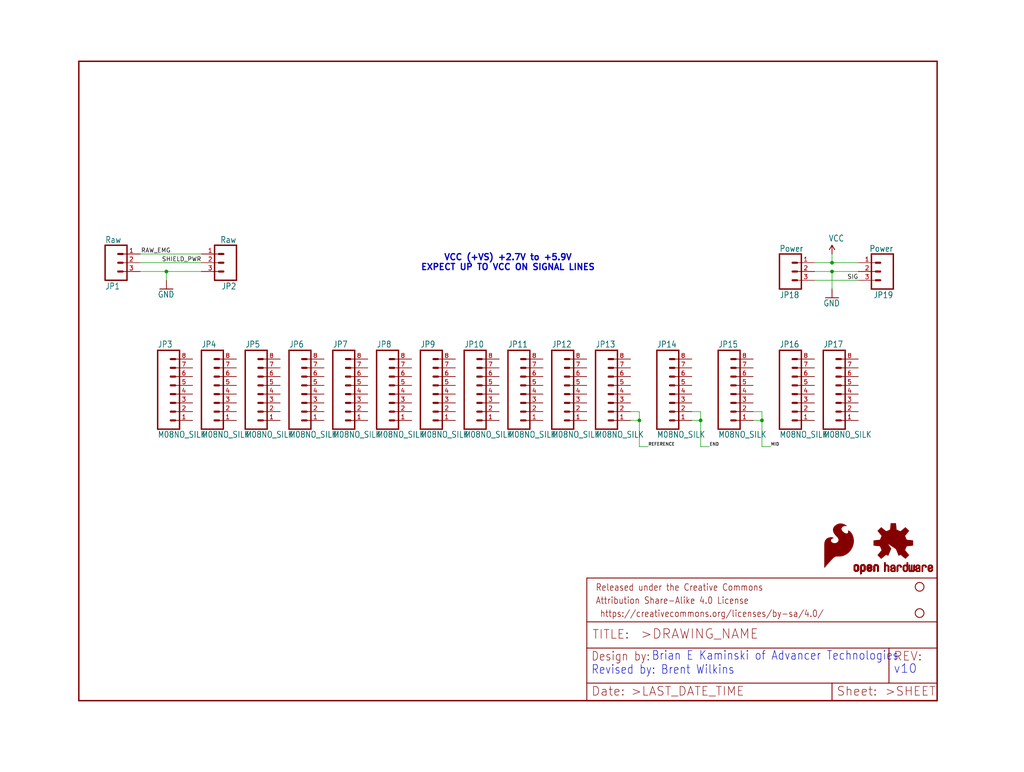
<source format=kicad_sch>
(kicad_sch (version 20211123) (generator eeschema)
  (paper "User" 297.002 223.926)
  (lib_symbols
    (symbol "schematicEagle-eagle-import:FRAME-LETTER"
      (symbol "FRAME-LETTER_2_0"
        (text " https://creativecommons.org/licenses/by-sa/4.0/" (at 2.54 24.13 0) (effects (font (size 1.9304 1.6408)) (justify left bottom)))
        (text ">DRAWING_NAME" (at 15.494 17.78 0) (effects (font (size 2.7432 2.7432)) (justify left bottom)))
        (text ">LAST_DATE_TIME" (at 12.7 1.27 0) (effects (font (size 2.54 2.54)) (justify left bottom)))
        (text ">SHEET" (at 86.36 1.27 0) (effects (font (size 2.54 2.54)) (justify left bottom)))
        (text "Attribution Share-Alike 4.0 License" (at 2.54 27.94 0) (effects (font (size 1.9304 1.6408)) (justify left bottom)))
        (text "Date:" (at 1.27 1.27 0) (effects (font (size 2.54 2.54)) (justify left bottom)))
        (text "Design by:" (at 1.27 11.43 0) (effects (font (size 2.54 2.159)) (justify left bottom)))
        (text "Released under the Creative Commons" (at 2.54 31.75 0) (effects (font (size 1.9304 1.6408)) (justify left bottom)))
        (text "REV:" (at 88.9 11.43 0) (effects (font (size 2.54 2.54)) (justify left bottom)))
        (text "Sheet:" (at 72.39 1.27 0) (effects (font (size 2.54 2.54)) (justify left bottom)))
        (text "TITLE:" (at 1.524 17.78 0) (effects (font (size 2.54 2.54)) (justify left bottom)))
      )
    )
    (symbol "schematicEagle-eagle-import:GND" (power)
      (property "Value" "GND" (at -2.54 -2.54 0))
      (symbol "GND_1_0"
        (pin power_in line (at 0 2.54 270) (length 2.54) (name "GND") (number "1"))
      )
    )
    (symbol "schematicEagle-eagle-import:M031X03_NO_SILK"
      (property "Reference" "JP" (at -2.54 5.842 0))
      (property "Value" "M031X03_NO_SILK" (at -2.54 -7.62 0))
      (symbol "M031X03_NO_SILK_1_0"
        (pin passive line (at 7.62 -2.54 180) (length 5.08) (name "1") (number "1"))
        (pin passive line (at 7.62 0 180) (length 5.08) (name "2") (number "2"))
        (pin passive line (at 7.62 2.54 180) (length 5.08) (name "3") (number "3"))
      )
    )
    (symbol "schematicEagle-eagle-import:M08NO_SILK"
      (property "Reference" "JP" (at -5.08 13.462 0))
      (property "Value" "M08NO_SILK" (at -5.08 -12.7 0))
      (symbol "M08NO_SILK_1_0"
        (pin passive line (at 5.08 -7.62 180) (length 5.08) (name "1") (number "1"))
        (pin passive line (at 5.08 -5.08 180) (length 5.08) (name "2") (number "2"))
        (pin passive line (at 5.08 -2.54 180) (length 5.08) (name "3") (number "3"))
        (pin passive line (at 5.08 0 180) (length 5.08) (name "4") (number "4"))
        (pin passive line (at 5.08 2.54 180) (length 5.08) (name "5") (number "5"))
        (pin passive line (at 5.08 5.08 180) (length 5.08) (name "6") (number "6"))
        (pin passive line (at 5.08 7.62 180) (length 5.08) (name "7") (number "7"))
        (pin passive line (at 5.08 10.16 180) (length 5.08) (name "8") (number "8"))
      )
    )
    (symbol "schematicEagle-eagle-import:OSHW-LOGOS")
    (symbol "schematicEagle-eagle-import:SFE_LOGO_FLAME.1_INCH")
    (symbol "schematicEagle-eagle-import:STAND-OFF")
    (symbol "schematicEagle-eagle-import:VCC" (power)
      (property "Value" "VCC" (at -1.016 3.556 0))
      (symbol "VCC_1_0"
        (pin power_in line (at 0 0 90) (length 2.54) (name "VCC") (number "1"))
      )
    )
  )
  (junction (at 48.26 78.74))
  (junction (at 203.2 121.92))
  (junction (at 220.98 121.92))
  (junction (at 241.3 76.2))
  (junction (at 241.3 78.74))
  (junction (at 185.42 121.92))
  (wire (pts (xy 203.2 119.38) (xy 200.66 119.38)))
  (wire (pts (xy 203.2 129.54) (xy 205.74 129.54)))
  (wire (pts (xy 200.66 121.92) (xy 203.2 121.92)))
  (wire (pts (xy 185.42 129.54) (xy 187.96 129.54)))
  (wire (pts (xy 48.26 78.74) (xy 40.64 78.74)))
  (wire (pts (xy 248.92 76.2) (xy 241.3 76.2)))
  (wire (pts (xy 241.3 78.74) (xy 241.3 83.82)))
  (wire (pts (xy 203.2 121.92) (xy 203.2 119.38)))
  (wire (pts (xy 241.3 76.2) (xy 236.22 76.2)))
  (wire (pts (xy 58.42 73.66) (xy 40.64 73.66)))
  (wire (pts (xy 248.92 78.74) (xy 241.3 78.74)))
  (wire (pts (xy 220.98 121.92) (xy 218.44 121.92)))
  (wire (pts (xy 185.42 121.92) (xy 182.88 121.92)))
  (wire (pts (xy 185.42 121.92) (xy 185.42 129.54)))
  (wire (pts (xy 203.2 121.92) (xy 203.2 129.54)))
  (wire (pts (xy 182.88 119.38) (xy 185.42 119.38)))
  (wire (pts (xy 185.42 119.38) (xy 185.42 121.92)))
  (wire (pts (xy 58.42 78.74) (xy 48.26 78.74)))
  (wire (pts (xy 220.98 129.54) (xy 223.52 129.54)))
  (wire (pts (xy 220.98 119.38) (xy 220.98 121.92)))
  (wire (pts (xy 241.3 73.66) (xy 241.3 76.2)))
  (wire (pts (xy 241.3 78.74) (xy 236.22 78.74)))
  (wire (pts (xy 248.92 81.28) (xy 236.22 81.28)))
  (wire (pts (xy 48.26 78.74) (xy 48.26 81.28)))
  (wire (pts (xy 58.42 76.2) (xy 40.64 76.2)))
  (wire (pts (xy 218.44 119.38) (xy 220.98 119.38)))
  (wire (pts (xy 220.98 121.92) (xy 220.98 129.54)))
  (text "v10" (at 259.08 195.58 180) (effects (font (size 2.54 2.54)) (justify left bottom)))
  (text "VCC (+VS) +2.7V to +5.9V\nEXPECT UP TO VCC ON SIGNAL LINES" (at 147.32 76.2 0) (effects (font (size 1.778 1.778) (thickness 0.3556) bold)))
  (text "Revised by: Brent Wilkins" (at 171.45 195.834 180) (effects (font (size 2.54 2.159)) (justify left bottom)))
  (text "Brian E Kaminski of Advancer Technologies" (at 188.976 191.77 180) (effects (font (size 2.54 2.159)) (justify left bottom)))
  (label "SHIELD_PWR" (at 58.42 76.2 180) (effects (font (size 1.2446 1.2446))))
  (label "MID" (at 223.52 129.54 0) (effects (font (size 0.889 0.889))))
  (label "SIG" (at 248.92 81.28 180) (effects (font (size 1.2446 1.2446))))
  (label "END" (at 205.74 129.54 0) (effects (font (size 0.889 0.889))))
  (label "REFERENCE" (at 187.96 129.54 0) (effects (font (size 0.889 0.889))))
  (label "RAW_EMG" (at 49.53 73.66 180) (effects (font (size 1.2446 1.2446))))
  (symbol (lib_id "schematicEagle-eagle-import:M08NO_SILK") (at 127 114.3 0) (unit 1)
    (property "Reference" "JP9" (at 121.92 100.838 0) (effects (font (size 1.778 1.5113)) (justify left bottom)))
    (property "Value" "M08NO_SILK" (at 121.92 127 0) (effects (font (size 1.778 1.5113)) (justify left bottom)))
    (property "Footprint" "schematicEagle:1X08_NO_SILK" (effects hide))
  )
  (symbol (lib_id "schematicEagle-eagle-import:M031X03_NO_SILK") (at 33.02 76.2 0) (mirror x) (unit 1)
    (property "Reference" "JP1" (at 30.48 82.042 0) (effects (font (size 1.778 1.5113)) (justify left bottom)))
    (property "Value" "Raw" (at 30.48 68.58 0) (effects (font (size 1.778 1.5113)) (justify left bottom)))
    (property "Footprint" "schematicEagle:1X03_NO_SILK" (effects hide))
  )
  (symbol (lib_id "schematicEagle-eagle-import:M031X03_NO_SILK") (at 228.6 78.74 0) (mirror x) (unit 1)
    (property "Reference" "JP18" (at 226.06 84.582 0) (effects (font (size 1.778 1.5113)) (justify left bottom)))
    (property "Value" "Power" (at 226.06 71.12 0) (effects (font (size 1.778 1.5113)) (justify left bottom)))
    (property "Footprint" "schematicEagle:1X03_NO_SILK" (effects hide))
  )
  (symbol (lib_id "schematicEagle-eagle-import:STAND-OFF") (at 266.7 177.8 0) (unit 1)
    (property "Reference" "JP21" (effects hide))
    (property "Value" "STAND-OFF" (effects hide))
    (property "Footprint" "schematicEagle:STAND-OFF" (effects hide))
  )
  (symbol (lib_id "schematicEagle-eagle-import:FRAME-LETTER") (at 170.18 203.2 0) (unit 2)
    (property "Reference" "FRAME1" (effects hide))
    (property "Value" "FRAME-LETTER" (effects hide))
    (property "Footprint" "schematicEagle:CREATIVE_COMMONS" (effects hide))
  )
  (symbol (lib_id "schematicEagle-eagle-import:M08NO_SILK") (at 88.9 114.3 0) (unit 1)
    (property "Reference" "JP6" (at 83.82 100.838 0) (effects (font (size 1.778 1.5113)) (justify left bottom)))
    (property "Value" "M08NO_SILK" (at 83.82 127 0) (effects (font (size 1.778 1.5113)) (justify left bottom)))
    (property "Footprint" "schematicEagle:1X08_NO_SILK" (effects hide))
  )
  (symbol (lib_id "schematicEagle-eagle-import:SFE_LOGO_FLAME.1_INCH") (at 238.76 165.1 0) (unit 1)
    (property "Reference" "LOGO1" (effects hide))
    (property "Value" "SFE_LOGO_FLAME.1_INCH" (effects hide))
    (property "Footprint" "schematicEagle:SFE_LOGO_FLAME_.1" (effects hide))
  )
  (symbol (lib_id "schematicEagle-eagle-import:OSHW-LOGOS") (at 259.08 157.48 0) (unit 1)
    (property "Reference" "LOGO2" (effects hide))
    (property "Value" "OSHW-LOGOS" (effects hide))
    (property "Footprint" "schematicEagle:OSHW-LOGO-S" (effects hide))
  )
  (symbol (lib_id "schematicEagle-eagle-import:FRAME-LETTER") (at 22.86 203.2 0) (unit 1)
    (property "Reference" "FRAME1" (effects hide))
    (property "Value" "FRAME-LETTER" (effects hide))
    (property "Footprint" "schematicEagle:CREATIVE_COMMONS" (effects hide))
  )
  (symbol (lib_id "schematicEagle-eagle-import:M08NO_SILK") (at 101.6 114.3 0) (unit 1)
    (property "Reference" "JP7" (at 96.52 100.838 0) (effects (font (size 1.778 1.5113)) (justify left bottom)))
    (property "Value" "M08NO_SILK" (at 96.52 127 0) (effects (font (size 1.778 1.5113)) (justify left bottom)))
    (property "Footprint" "schematicEagle:1X08_NO_SILK" (effects hide))
  )
  (symbol (lib_id "schematicEagle-eagle-import:M08NO_SILK") (at 76.2 114.3 0) (unit 1)
    (property "Reference" "JP5" (at 71.12 100.838 0) (effects (font (size 1.778 1.5113)) (justify left bottom)))
    (property "Value" "M08NO_SILK" (at 71.12 127 0) (effects (font (size 1.778 1.5113)) (justify left bottom)))
    (property "Footprint" "schematicEagle:1X08_NO_SILK" (effects hide))
  )
  (symbol (lib_id "schematicEagle-eagle-import:GND") (at 241.3 86.36 0) (unit 1)
    (property "Reference" "#GND1" (effects hide))
    (property "Value" "GND" (at 238.76 88.9 0) (effects (font (size 1.778 1.5113)) (justify left bottom)))
    (property "Footprint" "schematicEagle:" (effects hide))
  )
  (symbol (lib_id "schematicEagle-eagle-import:M08NO_SILK") (at 195.58 114.3 0) (unit 1)
    (property "Reference" "JP14" (at 190.5 100.838 0) (effects (font (size 1.778 1.5113)) (justify left bottom)))
    (property "Value" "M08NO_SILK" (at 190.5 127 0) (effects (font (size 1.778 1.5113)) (justify left bottom)))
    (property "Footprint" "schematicEagle:1X08_NO_SILK" (effects hide))
  )
  (symbol (lib_id "schematicEagle-eagle-import:M08NO_SILK") (at 243.84 114.3 0) (unit 1)
    (property "Reference" "JP17" (at 238.76 100.838 0) (effects (font (size 1.778 1.5113)) (justify left bottom)))
    (property "Value" "M08NO_SILK" (at 238.76 127 0) (effects (font (size 1.778 1.5113)) (justify left bottom)))
    (property "Footprint" "schematicEagle:1X08_NO_SILK" (effects hide))
  )
  (symbol (lib_id "schematicEagle-eagle-import:M08NO_SILK") (at 139.7 114.3 0) (unit 1)
    (property "Reference" "JP10" (at 134.62 100.838 0) (effects (font (size 1.778 1.5113)) (justify left bottom)))
    (property "Value" "M08NO_SILK" (at 134.62 127 0) (effects (font (size 1.778 1.5113)) (justify left bottom)))
    (property "Footprint" "schematicEagle:1X08_NO_SILK" (effects hide))
  )
  (symbol (lib_id "schematicEagle-eagle-import:M08NO_SILK") (at 231.14 114.3 0) (unit 1)
    (property "Reference" "JP16" (at 226.06 100.838 0) (effects (font (size 1.778 1.5113)) (justify left bottom)))
    (property "Value" "M08NO_SILK" (at 226.06 127 0) (effects (font (size 1.778 1.5113)) (justify left bottom)))
    (property "Footprint" "schematicEagle:1X08_NO_SILK" (effects hide))
  )
  (symbol (lib_id "schematicEagle-eagle-import:VCC") (at 241.3 73.66 0) (unit 1)
    (property "Reference" "#SUPPLY1" (effects hide))
    (property "Value" "VCC" (at 240.284 70.104 0) (effects (font (size 1.778 1.5113)) (justify left bottom)))
    (property "Footprint" "schematicEagle:" (effects hide))
  )
  (symbol (lib_id "schematicEagle-eagle-import:M08NO_SILK") (at 63.5 114.3 0) (unit 1)
    (property "Reference" "JP4" (at 58.42 100.838 0) (effects (font (size 1.778 1.5113)) (justify left bottom)))
    (property "Value" "M08NO_SILK" (at 58.42 127 0) (effects (font (size 1.778 1.5113)) (justify left bottom)))
    (property "Footprint" "schematicEagle:1X08_NO_SILK" (effects hide))
  )
  (symbol (lib_id "schematicEagle-eagle-import:M08NO_SILK") (at 165.1 114.3 0) (unit 1)
    (property "Reference" "JP12" (at 160.02 100.838 0) (effects (font (size 1.778 1.5113)) (justify left bottom)))
    (property "Value" "M08NO_SILK" (at 160.02 127 0) (effects (font (size 1.778 1.5113)) (justify left bottom)))
    (property "Footprint" "schematicEagle:1X08_NO_SILK" (effects hide))
  )
  (symbol (lib_id "schematicEagle-eagle-import:M08NO_SILK") (at 114.3 114.3 0) (unit 1)
    (property "Reference" "JP8" (at 109.22 100.838 0) (effects (font (size 1.778 1.5113)) (justify left bottom)))
    (property "Value" "M08NO_SILK" (at 109.22 127 0) (effects (font (size 1.778 1.5113)) (justify left bottom)))
    (property "Footprint" "schematicEagle:1X08_NO_SILK" (effects hide))
  )
  (symbol (lib_id "schematicEagle-eagle-import:M08NO_SILK") (at 152.4 114.3 0) (unit 1)
    (property "Reference" "JP11" (at 147.32 100.838 0) (effects (font (size 1.778 1.5113)) (justify left bottom)))
    (property "Value" "M08NO_SILK" (at 147.32 127 0) (effects (font (size 1.778 1.5113)) (justify left bottom)))
    (property "Footprint" "schematicEagle:1X08_NO_SILK" (effects hide))
  )
  (symbol (lib_id "schematicEagle-eagle-import:GND") (at 48.26 83.82 0) (unit 1)
    (property "Reference" "#GND2" (effects hide))
    (property "Value" "GND" (at 45.72 86.36 0) (effects (font (size 1.778 1.5113)) (justify left bottom)))
    (property "Footprint" "schematicEagle:" (effects hide))
  )
  (symbol (lib_id "schematicEagle-eagle-import:M08NO_SILK") (at 177.8 114.3 0) (unit 1)
    (property "Reference" "JP13" (at 172.72 100.838 0) (effects (font (size 1.778 1.5113)) (justify left bottom)))
    (property "Value" "M08NO_SILK" (at 172.72 127 0) (effects (font (size 1.778 1.5113)) (justify left bottom)))
    (property "Footprint" "schematicEagle:1X08_NO_SILK" (effects hide))
  )
  (symbol (lib_id "schematicEagle-eagle-import:M031X03_NO_SILK") (at 256.54 78.74 180) (unit 1)
    (property "Reference" "JP19" (at 259.08 84.582 0) (effects (font (size 1.778 1.5113)) (justify left bottom)))
    (property "Value" "Power" (at 259.08 71.12 0) (effects (font (size 1.778 1.5113)) (justify left bottom)))
    (property "Footprint" "schematicEagle:1X03_NO_SILK" (effects hide))
  )
  (symbol (lib_id "schematicEagle-eagle-import:STAND-OFF") (at 266.7 170.18 0) (unit 1)
    (property "Reference" "JP20" (effects hide))
    (property "Value" "STAND-OFF" (effects hide))
    (property "Footprint" "schematicEagle:STAND-OFF" (effects hide))
  )
  (symbol (lib_id "schematicEagle-eagle-import:M08NO_SILK") (at 213.36 114.3 0) (unit 1)
    (property "Reference" "JP15" (at 208.28 100.838 0) (effects (font (size 1.778 1.5113)) (justify left bottom)))
    (property "Value" "M08NO_SILK" (at 208.28 127 0) (effects (font (size 1.778 1.5113)) (justify left bottom)))
    (property "Footprint" "schematicEagle:1X08_NO_SILK" (effects hide))
  )
  (symbol (lib_id "schematicEagle-eagle-import:M08NO_SILK") (at 50.8 114.3 0) (unit 1)
    (property "Reference" "JP3" (at 45.72 100.838 0) (effects (font (size 1.778 1.5113)) (justify left bottom)))
    (property "Value" "M08NO_SILK" (at 45.72 127 0) (effects (font (size 1.778 1.5113)) (justify left bottom)))
    (property "Footprint" "schematicEagle:1X08_NO_SILK" (effects hide))
  )
  (symbol (lib_id "schematicEagle-eagle-import:M031X03_NO_SILK") (at 66.04 76.2 180) (unit 1)
    (property "Reference" "JP2" (at 68.58 82.042 0) (effects (font (size 1.778 1.5113)) (justify left bottom)))
    (property "Value" "Raw" (at 68.58 68.58 0) (effects (font (size 1.778 1.5113)) (justify left bottom)))
    (property "Footprint" "schematicEagle:1X03_NO_SILK" (effects hide))
  )
)
</source>
